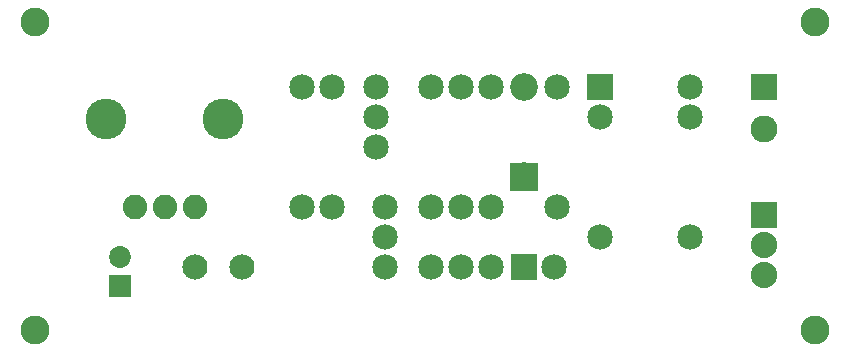
<source format=gts>
G04 MADE WITH FRITZING*
G04 WWW.FRITZING.ORG*
G04 DOUBLE SIDED*
G04 HOLES PLATED*
G04 CONTOUR ON CENTER OF CONTOUR VECTOR*
%ASAXBY*%
%FSLAX23Y23*%
%MOIN*%
%OFA0B0*%
%SFA1.0B1.0*%
%ADD10C,0.085000*%
%ADD11C,0.084000*%
%ADD12C,0.092000*%
%ADD13C,0.090000*%
%ADD14C,0.081889*%
%ADD15C,0.081917*%
%ADD16C,0.134033*%
%ADD17C,0.088000*%
%ADD18C,0.072992*%
%ADD19C,0.135984*%
%ADD20C,0.096614*%
%ADD21R,0.085000X0.085000*%
%ADD22R,0.092000X0.092000*%
%ADD23R,0.090000X0.090000*%
%ADD24R,0.088000X0.088000*%
%ADD25R,0.072992X0.072992*%
%LNMASK1*%
G90*
G70*
G54D10*
X1818Y488D03*
X1818Y888D03*
X1960Y887D03*
X1960Y787D03*
X1960Y387D03*
X2260Y387D03*
X2260Y787D03*
X2260Y887D03*
X1597Y488D03*
X1597Y888D03*
G54D11*
X610Y287D03*
X768Y287D03*
X610Y287D03*
X768Y287D03*
G54D10*
X1498Y488D03*
X1498Y888D03*
X1398Y488D03*
X1398Y888D03*
X1067Y888D03*
X1067Y488D03*
X967Y488D03*
X967Y888D03*
G54D12*
X1708Y590D03*
X1708Y888D03*
G54D13*
X2508Y887D03*
X2508Y749D03*
G54D10*
X1214Y688D03*
X1214Y788D03*
X1214Y888D03*
X1246Y488D03*
X1246Y388D03*
X1246Y288D03*
X1598Y288D03*
X1498Y288D03*
X1398Y288D03*
X1708Y288D03*
X1808Y288D03*
G54D14*
X410Y487D03*
X510Y487D03*
G54D15*
X610Y487D03*
G54D16*
X316Y782D03*
X705Y782D03*
G54D17*
X2507Y461D03*
X2507Y361D03*
X2507Y261D03*
G54D18*
X362Y224D03*
X362Y322D03*
G54D19*
X315Y781D03*
X703Y782D03*
G54D20*
X77Y1104D03*
X2678Y1104D03*
X2678Y78D03*
X77Y78D03*
G54D21*
X1960Y887D03*
G54D22*
X1708Y589D03*
G54D23*
X2508Y887D03*
G54D21*
X1708Y288D03*
G54D24*
X2507Y461D03*
G54D25*
X362Y224D03*
G04 End of Mask1*
M02*
</source>
